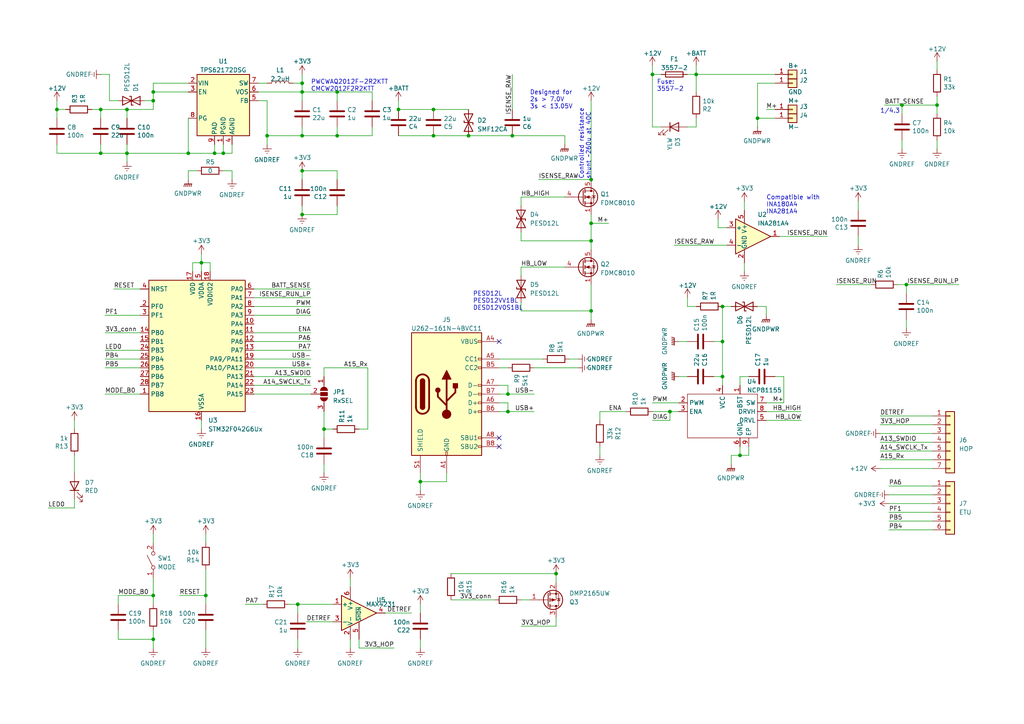
<source format=kicad_sch>
(kicad_sch (version 20230121) (generator eeschema)
  (paper "A4")
  (title_block (title "TinkerFET Electronics v0.3") (date "2023-06-11") (rev "0.3") (comment 2 "by @timchpi"))
  (junction (at 209.55 88.9))
  (junction (at 125.73 31.75))
  (junction (at 115.57 31.75))
  (junction (at 29.21 31.75))
  (junction (at 121.92 139.7))
  (junction (at 77.47 39.37))
  (junction (at 87.63 39.37))
  (junction (at 36.83 44.45))
  (junction (at 44.45 29.21))
  (junction (at 86.36 175.26))
  (junction (at 16.51 31.75))
  (junction (at 171.45 52.07))
  (junction (at 87.63 26.67))
  (junction (at 135.89 39.37))
  (junction (at 36.83 31.75))
  (junction (at 171.45 69.85))
  (junction (at 194.31 119.38))
  (junction (at 171.45 90.17))
  (junction (at 147.32 114.3))
  (junction (at 44.45 26.67))
  (junction (at 219.71 34.29))
  (junction (at 161.29 166.37))
  (junction (at 261.62 30.48))
  (junction (at 262.89 82.55))
  (junction (at 209.55 99.06))
  (junction (at 54.61 44.45))
  (junction (at 125.73 39.37))
  (junction (at 58.42 76.2))
  (junction (at 29.21 44.45))
  (junction (at 97.79 26.67))
  (junction (at 87.63 24.13))
  (junction (at 44.45 185.42))
  (junction (at 93.98 124.46))
  (junction (at 171.45 64.77))
  (junction (at 62.23 44.45))
  (junction (at 214.63 132.08))
  (junction (at 147.32 119.38))
  (junction (at 59.69 172.72))
  (junction (at 64.77 44.45))
  (junction (at 209.55 109.22))
  (junction (at 201.93 21.59))
  (junction (at 44.45 172.72))
  (junction (at 189.23 21.59))
  (junction (at 148.59 39.37))
  (junction (at 87.63 62.23))
  (junction (at 271.78 30.48))
  (junction (at 97.79 39.37))
  (junction (at 87.63 49.53))
  (no_connect (at 144.78 129.54))
  (no_connect (at 144.78 127))
  (no_connect (at 144.78 99.06))
  (wire (pts (xy 257.81 148.59) (xy 270.51 148.59)))
  (wire (pts (xy 115.57 29.21) (xy 115.57 31.75)))
  (wire (pts (xy 222.25 31.75) (xy 224.79 31.75)))
  (wire (pts (xy 36.83 44.45) (xy 54.61 44.45)))
  (wire (pts (xy 16.51 29.21) (xy 16.51 31.75)))
  (wire (pts (xy 125.73 31.75) (xy 135.89 31.75)))
  (wire (pts (xy 44.45 24.13) (xy 54.61 24.13)))
  (wire (pts (xy 121.92 175.26) (xy 121.92 177.8)))
  (wire (pts (xy 129.54 139.7) (xy 129.54 137.16)))
  (wire (pts (xy 93.98 124.46) (xy 93.98 127)))
  (wire (pts (xy 147.32 119.38) (xy 154.94 119.38)))
  (wire (pts (xy 173.99 129.54) (xy 173.99 132.08)))
  (wire (pts (xy 101.6 185.42) (xy 101.6 187.96)))
  (wire (pts (xy 260.35 82.55) (xy 262.89 82.55)))
  (wire (pts (xy 222.25 121.92) (xy 232.41 121.92)))
  (wire (pts (xy 58.42 121.92) (xy 58.42 124.46)))
  (wire (pts (xy 73.66 91.44) (xy 90.17 91.44)))
  (wire (pts (xy 97.79 49.53) (xy 87.63 49.53)))
  (wire (pts (xy 34.29 172.72) (xy 34.29 175.26)))
  (wire (pts (xy 97.79 62.23) (xy 97.79 59.69)))
  (wire (pts (xy 73.66 101.6) (xy 90.17 101.6)))
  (wire (pts (xy 271.78 30.48) (xy 271.78 33.02)))
  (wire (pts (xy 71.12 175.26) (xy 76.2 175.26)))
  (wire (pts (xy 171.45 64.77) (xy 171.45 69.85)))
  (wire (pts (xy 255.27 128.27) (xy 270.51 128.27)))
  (wire (pts (xy 58.42 76.2) (xy 58.42 78.74)))
  (wire (pts (xy 54.61 34.29) (xy 54.61 44.45)))
  (wire (pts (xy 255.27 130.81) (xy 270.51 130.81)))
  (wire (pts (xy 97.79 29.21) (xy 97.79 26.67)))
  (wire (pts (xy 62.23 44.45) (xy 64.77 44.45)))
  (wire (pts (xy 201.93 26.67) (xy 201.93 21.59)))
  (wire (pts (xy 115.57 39.37) (xy 125.73 39.37)))
  (wire (pts (xy 62.23 41.91) (xy 62.23 44.45)))
  (wire (pts (xy 59.69 154.94) (xy 59.69 157.48)))
  (wire (pts (xy 199.39 86.36) (xy 199.39 88.9)))
  (wire (pts (xy 219.71 36.83) (xy 219.71 34.29)))
  (wire (pts (xy 86.36 185.42) (xy 86.36 187.96)))
  (wire (pts (xy 87.63 24.13) (xy 85.09 24.13)))
  (wire (pts (xy 219.71 34.29) (xy 224.79 34.29)))
  (wire (pts (xy 104.14 187.96) (xy 114.3 187.96)))
  (wire (pts (xy 16.51 31.75) (xy 19.05 31.75)))
  (wire (pts (xy 261.62 30.48) (xy 261.62 33.02)))
  (wire (pts (xy 161.29 181.61) (xy 161.29 179.07)))
  (wire (pts (xy 195.58 71.12) (xy 210.82 71.12)))
  (wire (pts (xy 55.88 78.74) (xy 55.88 76.2)))
  (wire (pts (xy 255.27 135.89) (xy 270.51 135.89)))
  (wire (pts (xy 44.45 26.67) (xy 54.61 26.67)))
  (wire (pts (xy 97.79 26.67) (xy 87.63 26.67)))
  (wire (pts (xy 86.36 175.26) (xy 86.36 177.8)))
  (wire (pts (xy 31.75 29.21) (xy 34.29 29.21)))
  (wire (pts (xy 59.69 165.1) (xy 59.69 172.72)))
  (wire (pts (xy 171.45 82.55) (xy 171.45 90.17)))
  (wire (pts (xy 161.29 166.37) (xy 161.29 168.91)))
  (wire (pts (xy 73.66 83.82) (xy 90.17 83.82)))
  (wire (pts (xy 144.78 111.76) (xy 147.32 111.76)))
  (wire (pts (xy 73.66 104.14) (xy 90.17 104.14)))
  (wire (pts (xy 121.92 139.7) (xy 121.92 142.24)))
  (wire (pts (xy 226.06 68.58) (xy 240.03 68.58)))
  (wire (pts (xy 77.47 39.37) (xy 87.63 39.37)))
  (wire (pts (xy 104.14 185.42) (xy 104.14 187.96)))
  (wire (pts (xy 208.28 63.5) (xy 208.28 66.04)))
  (wire (pts (xy 125.73 39.37) (xy 135.89 39.37)))
  (wire (pts (xy 16.51 44.45) (xy 29.21 44.45)))
  (wire (pts (xy 257.81 146.05) (xy 270.51 146.05)))
  (wire (pts (xy 217.17 129.54) (xy 217.17 132.08)))
  (wire (pts (xy 74.93 26.67) (xy 87.63 26.67)))
  (wire (pts (xy 67.31 49.53) (xy 64.77 49.53)))
  (wire (pts (xy 196.85 99.06) (xy 199.39 99.06)))
  (wire (pts (xy 222.25 116.84) (xy 227.33 116.84)))
  (wire (pts (xy 107.95 29.21) (xy 107.95 26.67)))
  (wire (pts (xy 189.23 121.92) (xy 194.31 121.92)))
  (wire (pts (xy 21.59 132.08) (xy 21.59 137.16)))
  (wire (pts (xy 13.97 147.32) (xy 21.59 147.32)))
  (wire (pts (xy 171.45 62.23) (xy 171.45 64.77)))
  (wire (pts (xy 101.6 167.64) (xy 101.6 170.18)))
  (wire (pts (xy 196.85 109.22) (xy 199.39 109.22)))
  (wire (pts (xy 41.91 29.21) (xy 44.45 29.21)))
  (wire (pts (xy 209.55 88.9) (xy 209.55 99.06)))
  (wire (pts (xy 33.02 83.82) (xy 40.64 83.82)))
  (wire (pts (xy 29.21 44.45) (xy 29.21 41.91)))
  (wire (pts (xy 191.77 36.83) (xy 189.23 36.83)))
  (wire (pts (xy 55.88 76.2) (xy 58.42 76.2)))
  (wire (pts (xy 156.21 52.07) (xy 171.45 52.07)))
  (wire (pts (xy 270.51 133.35) (xy 255.27 133.35)))
  (wire (pts (xy 151.13 67.31) (xy 151.13 69.85)))
  (wire (pts (xy 171.45 69.85) (xy 171.45 72.39)))
  (wire (pts (xy 135.89 39.37) (xy 148.59 39.37)))
  (wire (pts (xy 215.9 76.2) (xy 215.9 78.74)))
  (wire (pts (xy 36.83 31.75) (xy 44.45 31.75)))
  (wire (pts (xy 93.98 119.38) (xy 93.98 124.46)))
  (wire (pts (xy 147.32 119.38) (xy 144.78 119.38)))
  (wire (pts (xy 87.63 21.59) (xy 87.63 24.13)))
  (wire (pts (xy 34.29 182.88) (xy 34.29 185.42)))
  (wire (pts (xy 144.78 116.84) (xy 147.32 116.84)))
  (wire (pts (xy 73.66 114.3) (xy 90.17 114.3)))
  (wire (pts (xy 209.55 109.22) (xy 209.55 111.76)))
  (wire (pts (xy 209.55 88.9) (xy 212.09 88.9)))
  (wire (pts (xy 151.13 173.99) (xy 153.67 173.99)))
  (wire (pts (xy 44.45 167.64) (xy 44.45 172.72)))
  (wire (pts (xy 147.32 116.84) (xy 147.32 119.38)))
  (wire (pts (xy 44.45 26.67) (xy 44.45 29.21)))
  (wire (pts (xy 255.27 123.19) (xy 270.51 123.19)))
  (wire (pts (xy 151.13 77.47) (xy 163.83 77.47)))
  (wire (pts (xy 30.48 106.68) (xy 40.64 106.68)))
  (wire (pts (xy 257.81 153.67) (xy 270.51 153.67)))
  (wire (pts (xy 36.83 41.91) (xy 36.83 44.45)))
  (wire (pts (xy 59.69 172.72) (xy 59.69 175.26)))
  (wire (pts (xy 130.81 166.37) (xy 161.29 166.37)))
  (wire (pts (xy 121.92 137.16) (xy 121.92 139.7)))
  (wire (pts (xy 194.31 121.92) (xy 194.31 119.38)))
  (wire (pts (xy 147.32 111.76) (xy 147.32 114.3)))
  (wire (pts (xy 107.95 36.83) (xy 107.95 39.37)))
  (wire (pts (xy 227.33 116.84) (xy 227.33 109.22)))
  (wire (pts (xy 207.01 99.06) (xy 209.55 99.06)))
  (wire (pts (xy 227.33 109.22) (xy 224.79 109.22)))
  (wire (pts (xy 262.89 95.25) (xy 262.89 92.71)))
  (wire (pts (xy 59.69 172.72) (xy 52.07 172.72)))
  (wire (pts (xy 151.13 90.17) (xy 171.45 90.17)))
  (wire (pts (xy 148.59 21.59) (xy 148.59 31.75)))
  (wire (pts (xy 30.48 91.44) (xy 40.64 91.44)))
  (wire (pts (xy 29.21 21.59) (xy 31.75 21.59)))
  (wire (pts (xy 144.78 106.68) (xy 147.32 106.68)))
  (wire (pts (xy 189.23 36.83) (xy 189.23 21.59)))
  (wire (pts (xy 262.89 82.55) (xy 278.13 82.55)))
  (wire (pts (xy 44.45 154.94) (xy 44.45 157.48)))
  (wire (pts (xy 201.93 19.05) (xy 201.93 21.59)))
  (wire (pts (xy 93.98 134.62) (xy 93.98 137.16)))
  (wire (pts (xy 222.25 88.9) (xy 219.71 88.9)))
  (wire (pts (xy 74.93 24.13) (xy 77.47 24.13)))
  (wire (pts (xy 214.63 109.22) (xy 217.17 109.22)))
  (wire (pts (xy 93.98 106.68) (xy 106.68 106.68)))
  (wire (pts (xy 248.92 58.42) (xy 248.92 60.96)))
  (wire (pts (xy 262.89 85.09) (xy 262.89 82.55)))
  (wire (pts (xy 165.1 104.14) (xy 167.64 104.14)))
  (wire (pts (xy 199.39 88.9) (xy 201.93 88.9)))
  (wire (pts (xy 73.66 88.9) (xy 90.17 88.9)))
  (wire (pts (xy 34.29 185.42) (xy 44.45 185.42)))
  (wire (pts (xy 21.59 124.46) (xy 21.59 121.92)))
  (wire (pts (xy 29.21 31.75) (xy 36.83 31.75)))
  (wire (pts (xy 73.66 99.06) (xy 90.17 99.06)))
  (wire (pts (xy 64.77 41.91) (xy 64.77 44.45)))
  (wire (pts (xy 87.63 59.69) (xy 87.63 62.23)))
  (wire (pts (xy 77.47 39.37) (xy 77.47 41.91)))
  (wire (pts (xy 219.71 24.13) (xy 219.71 34.29)))
  (wire (pts (xy 130.81 173.99) (xy 143.51 173.99)))
  (wire (pts (xy 67.31 41.91) (xy 67.31 44.45)))
  (wire (pts (xy 194.31 119.38) (xy 196.85 119.38)))
  (wire (pts (xy 214.63 129.54) (xy 214.63 132.08)))
  (wire (pts (xy 212.09 134.62) (xy 212.09 132.08)))
  (wire (pts (xy 151.13 87.63) (xy 151.13 90.17)))
  (wire (pts (xy 29.21 44.45) (xy 36.83 44.45)))
  (wire (pts (xy 148.59 39.37) (xy 163.83 39.37)))
  (wire (pts (xy 21.59 147.32) (xy 21.59 144.78)))
  (wire (pts (xy 54.61 44.45) (xy 62.23 44.45)))
  (wire (pts (xy 214.63 111.76) (xy 214.63 109.22)))
  (wire (pts (xy 189.23 119.38) (xy 194.31 119.38)))
  (wire (pts (xy 121.92 185.42) (xy 121.92 187.96)))
  (wire (pts (xy 271.78 43.18) (xy 271.78 40.64)))
  (wire (pts (xy 31.75 21.59) (xy 31.75 29.21)))
  (wire (pts (xy 173.99 121.92) (xy 173.99 119.38)))
  (wire (pts (xy 212.09 132.08) (xy 214.63 132.08)))
  (wire (pts (xy 87.63 62.23) (xy 97.79 62.23)))
  (wire (pts (xy 257.81 143.51) (xy 270.51 143.51)))
  (wire (pts (xy 36.83 31.75) (xy 36.83 34.29)))
  (wire (pts (xy 30.48 96.52) (xy 40.64 96.52)))
  (wire (pts (xy 163.83 41.91) (xy 163.83 39.37)))
  (wire (pts (xy 30.48 114.3) (xy 40.64 114.3)))
  (wire (pts (xy 97.79 52.07) (xy 97.79 49.53)))
  (wire (pts (xy 87.63 26.67) (xy 87.63 24.13)))
  (wire (pts (xy 44.45 24.13) (xy 44.45 26.67)))
  (wire (pts (xy 242.57 82.55) (xy 252.73 82.55)))
  (wire (pts (xy 73.66 109.22) (xy 90.17 109.22)))
  (wire (pts (xy 271.78 20.32) (xy 271.78 17.78)))
  (wire (pts (xy 215.9 58.42) (xy 215.9 60.96)))
  (wire (pts (xy 199.39 36.83) (xy 201.93 36.83)))
  (wire (pts (xy 189.23 116.84) (xy 196.85 116.84)))
  (wire (pts (xy 106.68 106.68) (xy 106.68 124.46)))
  (wire (pts (xy 97.79 36.83) (xy 97.79 39.37)))
  (wire (pts (xy 44.45 29.21) (xy 44.45 31.75)))
  (wire (pts (xy 111.76 177.8) (xy 119.38 177.8)))
  (wire (pts (xy 151.13 69.85) (xy 171.45 69.85)))
  (wire (pts (xy 209.55 99.06) (xy 209.55 109.22)))
  (wire (pts (xy 171.45 29.21) (xy 171.45 52.07)))
  (wire (pts (xy 104.14 124.46) (xy 106.68 124.46)))
  (wire (pts (xy 151.13 57.15) (xy 163.83 57.15)))
  (wire (pts (xy 257.81 151.13) (xy 270.51 151.13)))
  (wire (pts (xy 257.81 140.97) (xy 270.51 140.97)))
  (wire (pts (xy 199.39 21.59) (xy 201.93 21.59)))
  (wire (pts (xy 173.99 119.38) (xy 181.61 119.38)))
  (wire (pts (xy 154.94 106.68) (xy 167.64 106.68)))
  (wire (pts (xy 73.66 86.36) (xy 90.17 86.36)))
  (wire (pts (xy 217.17 132.08) (xy 214.63 132.08)))
  (wire (pts (xy 189.23 19.05) (xy 189.23 21.59)))
  (wire (pts (xy 97.79 39.37) (xy 87.63 39.37)))
  (wire (pts (xy 222.25 119.38) (xy 232.41 119.38)))
  (wire (pts (xy 107.95 39.37) (xy 97.79 39.37)))
  (wire (pts (xy 67.31 52.07) (xy 67.31 49.53)))
  (wire (pts (xy 201.93 21.59) (xy 224.79 21.59)))
  (wire (pts (xy 58.42 76.2) (xy 60.96 76.2)))
  (wire (pts (xy 222.25 91.44) (xy 222.25 88.9)))
  (wire (pts (xy 255.27 125.73) (xy 270.51 125.73)))
  (wire (pts (xy 121.92 139.7) (xy 129.54 139.7)))
  (wire (pts (xy 30.48 101.6) (xy 40.64 101.6)))
  (wire (pts (xy 151.13 181.61) (xy 161.29 181.61)))
  (wire (pts (xy 36.83 44.45) (xy 36.83 46.99)))
  (wire (pts (xy 147.32 114.3) (xy 144.78 114.3)))
  (wire (pts (xy 86.36 175.26) (xy 96.52 175.26)))
  (wire (pts (xy 87.63 39.37) (xy 87.63 36.83)))
  (wire (pts (xy 151.13 77.47) (xy 151.13 80.01)))
  (wire (pts (xy 58.42 73.66) (xy 58.42 76.2)))
  (wire (pts (xy 207.01 109.22) (xy 209.55 109.22)))
  (wire (pts (xy 54.61 49.53) (xy 54.61 52.07)))
  (wire (pts (xy 144.78 104.14) (xy 157.48 104.14)))
  (wire (pts (xy 261.62 30.48) (xy 271.78 30.48)))
  (wire (pts (xy 83.82 175.26) (xy 86.36 175.26)))
  (wire (pts (xy 77.47 29.21) (xy 77.47 39.37)))
  (wire (pts (xy 255.27 120.65) (xy 270.51 120.65)))
  (wire (pts (xy 261.62 40.64) (xy 261.62 43.18)))
  (wire (pts (xy 44.45 182.88) (xy 44.45 185.42)))
  (wire (pts (xy 171.45 64.77) (xy 176.53 64.77)))
  (wire (pts (xy 74.93 29.21) (xy 77.47 29.21)))
  (wire (pts (xy 256.54 30.48) (xy 261.62 30.48)))
  (wire (pts (xy 64.77 44.45) (xy 67.31 44.45)))
  (wire (pts (xy 189.23 21.59) (xy 191.77 21.59)))
  (wire (pts (xy 271.78 27.94) (xy 271.78 30.48)))
  (wire (pts (xy 87.63 49.53) (xy 87.63 52.07)))
  (wire (pts (xy 73.66 111.76) (xy 90.17 111.76)))
  (wire (pts (xy 59.69 187.96) (xy 59.69 182.88)))
  (wire (pts (xy 224.79 24.13) (xy 219.71 24.13)))
  (wire (pts (xy 34.29 172.72) (xy 44.45 172.72)))
  (wire (pts (xy 151.13 57.15) (xy 151.13 59.69)))
  (wire (pts (xy 16.51 31.75) (xy 16.51 34.29)))
  (wire (pts (xy 57.15 49.53) (xy 54.61 49.53)))
  (wire (pts (xy 16.51 41.91) (xy 16.51 44.45)))
  (wire (pts (xy 44.45 172.72) (xy 44.45 175.26)))
  (wire (pts (xy 208.28 66.04) (xy 210.82 66.04)))
  (wire (pts (xy 87.63 26.67) (xy 87.63 29.21)))
  (wire (pts (xy 44.45 187.96) (xy 44.45 185.42)))
  (wire (pts (xy 115.57 31.75) (xy 125.73 31.75)))
  (wire (pts (xy 93.98 124.46) (xy 96.52 124.46)))
  (wire (pts (xy 201.93 36.83) (xy 201.93 34.29)))
  (wire (pts (xy 73.66 96.52) (xy 90.17 96.52)))
  (wire (pts (xy 93.98 106.68) (xy 93.98 109.22)))
  (wire (pts (xy 88.9 180.34) (xy 96.52 180.34)))
  (wire (pts (xy 73.66 106.68) (xy 90.17 106.68)))
  (wire (pts (xy 107.95 26.67) (xy 97.79 26.67)))
  (wire (pts (xy 60.96 78.74) (xy 60.96 76.2)))
  (wire (pts (xy 30.48 104.14) (xy 40.64 104.14)))
  (wire (pts (xy 147.32 114.3) (xy 154.94 114.3)))
  (wire (pts (xy 26.67 31.75) (xy 29.21 31.75)))
  (wire (pts (xy 29.21 31.75) (xy 29.21 34.29)))
  (wire (pts (xy 248.92 68.58) (xy 248.92 71.12)))
  (wire (pts (xy 171.45 90.17) (xy 171.45 92.71)))
  (text "PWCWAQ2012F-2R2KTT\nCMCW2012F2R2KTT" (at 90.17 26.67 0) (effects (font (size 1.27 1.27)) (justify left bottom)))
  (text "1/4.3" (at 255.27 33.02 0) (effects (font (size 1.27 1.27)) (justify left bottom)))
  (text "Fuse:\n3557-2" (at 190.5 26.67 0) (effects (font (size 1.27 1.27)) (justify left bottom)))
  (text "Designed for\n2s > 7.0V\n3s < 13.05V" (at 153.67 31.75 0) (effects (font (size 1.27 1.27)) (justify left bottom)))
  (text "Compatible with\nINA180A4\nINA281A4\n" (at 222.25 62.23 0) (effects (font (size 1.27 1.27)) (justify left bottom)))
  (text "PESD12L\nPESD12VV1BL\nDESD12V0S1BL" (at 137.16 90.17 0) (effects (font (size 1.27 1.27)) (justify left bottom)))
  (text "Controlled resistance\nshunt ~260u at 40C" (at 171.45 52.07 90) (effects (font (size 1.27 1.27)) (justify left bottom)))
  (label "A13_SWDIO" (at 90.17 109.22 180))
  (label "RESET" (at 52.07 172.72 0))
  (label "USB+" (at 154.94 119.38 180))
  (label "A13_SWDIO" (at 255.27 128.27 0))
  (label "M+" (at 222.25 31.75 0))
  (label "HB_HIGH" (at 151.13 57.15 0))
  (label "ISENSE_RUN_LP" (at 90.17 86.36 180))
  (label "3V3_HOP" (at 151.13 181.61 0))
  (label "3V3_HOP" (at 114.3 187.96 180))
  (label "PF1" (at 30.48 91.44 0))
  (label "RESET" (at 33.02 83.82 0))
  (label "DETREF" (at 88.9 180.34 0))
  (label "LED0" (at 30.48 101.6 0))
  (label "A14_SWCLK_Tx" (at 255.27 130.81 0))
  (label "ISENSE_RAW" (at 156.21 52.07 0))
  (label "PB5" (at 257.81 151.13 0))
  (label "ISENSE_RUN" (at 242.57 82.55 0))
  (label "3V3_conn" (at 30.48 96.52 0))
  (label "USB-" (at 154.94 114.3 180))
  (label "PB4" (at 30.48 104.14 0))
  (label "DETREF" (at 119.38 177.8 180))
  (label "MODE_B0" (at 30.48 114.3 0))
  (label "PA6" (at 257.81 140.97 0))
  (label "A15_Rx" (at 106.68 106.68 180))
  (label "PB5" (at 30.48 106.68 0))
  (label "ENA" (at 176.53 119.38 0))
  (label "USB+" (at 90.17 106.68 180))
  (label "PA7" (at 90.17 101.6 180))
  (label "M+" (at 227.33 116.84 180))
  (label "DIAG" (at 189.23 121.92 0))
  (label "BATT_SENSE" (at 256.54 30.48 0))
  (label "MODE_B0" (at 34.29 172.72 0))
  (label "ISENSE_RAW" (at 148.59 21.59 270))
  (label "USB-" (at 90.17 104.14 180))
  (label "PWM" (at 90.17 88.9 180))
  (label "3V3_conn" (at 133.35 173.99 0))
  (label "PA7" (at 71.12 175.26 0))
  (label "ISENSE_RUN" (at 240.03 68.58 180))
  (label "ISENSE_RAW" (at 195.58 71.12 0))
  (label "PA6" (at 90.17 99.06 180))
  (label "HB_HIGH" (at 232.41 119.38 180))
  (label "M+" (at 176.53 64.77 180))
  (label "PF1" (at 257.81 148.59 0))
  (label "LED0" (at 13.97 147.32 0))
  (label "HB_LOW" (at 151.13 77.47 0))
  (label "3V3_HOP" (at 255.27 123.19 0))
  (label "PWM" (at 189.23 116.84 0))
  (label "DIAG" (at 90.17 91.44 180))
  (label "PB4" (at 257.81 153.67 0))
  (label "A14_SWCLK_Tx" (at 90.17 111.76 180))
  (label "DETREF" (at 255.27 120.65 0))
  (label "BATT_SENSE" (at 90.17 83.82 180))
  (label "HB_LOW" (at 232.41 121.92 180))
  (label "ENA" (at 90.17 96.52 180))
  (label "A15_Rx" (at 255.27 133.35 0))
  (label "ISENSE_RUN_LP" (at 278.13 82.55 180))
  (symbol (lib_id "Device:R") (at 271.78 24.13 180) (unit 1)
    (property "Reference" "R1" (at 273.558 22.9616 0) (effects (justify right)))
    (property "Value" "33k" (at 273.558 25.273 0) (effects (justify right)))
    (property "Footprint" "Resistor_SMD:R_0402_1005Metric" (effects hide))
    (property "LCSC Part" "C25779" (effects hide))
  )
  (symbol (lib_id "Device:LED") (at 21.59 140.97 90) (unit 1)
    (property "Reference" "D7" (at 24.5872 139.9794 90) (effects (justify right)))
    (property "Value" "RED" (at 24.5872 142.2908 90) (effects (justify right)))
    (property "Footprint" "LED_SMD:LED_0402_1005Metric" (effects hide))
    (property "LCSC Part" "C71911" (effects hide))
  )
  (symbol (lib_id "power:GNDREF") (at 36.83 46.99 0) (unit 1)
    (property "Reference" "#PWR014" (effects hide))
    (property "Value" "GNDREF" (at 36.83 51.4334 0))
  )
  (symbol (lib_id "Device:C") (at 87.63 55.88 0) (mirror y) (unit 1)
    (property "Reference" "C11" (at 84.709 54.7116 0) (effects (justify left)))
    (property "Value" "1u" (at 84.709 57.023 0) (effects (justify left)))
    (property "Footprint" "Capacitor_SMD:C_0402_1005Metric" (effects hide))
    (property "LCSC Part" "C52923" (effects hide))
  )
  (symbol (lib_id "power:+12V") (at 208.28 63.5 0) (unit 1)
    (property "Reference" "#PWR021" (effects hide))
    (property "Value" "+12V" (at 208.28 59.9242 0))
  )
  (symbol (lib_id "Device:C") (at 203.2 99.06 90) (unit 1)
    (property "Reference" "C15" (at 202.0316 96.139 0) (effects (justify left)))
    (property "Value" "100n" (at 204.343 96.139 0) (effects (justify left)))
    (property "Footprint" "Capacitor_SMD:C_0402_1005Metric" (effects hide))
    (property "LCSC Part" "C307331" (effects hide))
  )
  (symbol (lib_id "Device:C") (at 125.73 35.56 0) (mirror x) (unit 1)
    (property "Reference" "C5" (at 128.651 36.7284 0) (effects (justify left)))
    (property "Value" "22u" (at 128.651 34.417 0) (effects (justify left)))
    (property "Footprint" "Capacitor_SMD:C_0805_2012Metric" (effects hide))
    (property "LCSC Part" "C45783" (effects hide))
  )
  (symbol (lib_id "power:+12V") (at 255.27 135.89 90) (unit 1)
    (property "Reference" "#PWR038" (effects hide))
    (property "Value" "+12V" (at 246.38 135.89 90) (effects (justify right)))
  )
  (symbol (lib_id "power:+12V") (at 199.39 86.36 0) (unit 1)
    (property "Reference" "#PWR025" (effects hide))
    (property "Value" "+12V" (at 199.39 82.7842 0))
  )
  (symbol (lib_name "+3V3_1") (lib_id "power:+3V3") (at 21.59 121.92 0) (unit 1)
    (property "Reference" "#PWR033" (effects hide))
    (property "Value" "+3V3" (at 21.59 118.11 0))
  )
  (symbol (lib_id "Device:C") (at 203.2 109.22 270) (mirror x) (unit 1)
    (property "Reference" "C16" (at 204.3684 106.299 0) (effects (justify left)))
    (property "Value" "22u" (at 202.057 106.299 0) (effects (justify left)))
    (property "Footprint" "Capacitor_SMD:C_0805_2012Metric" (effects hide))
    (property "LCSC Part" "C45783" (effects hide))
  )
  (symbol (lib_id "Connector_Generic:Conn_01x06") (at 275.59 146.05 0) (unit 1)
    (property "Reference" "J7" (at 278.13 146.0499 0) (effects (justify left)))
    (property "Value" "ETU" (at 278.13 148.59 0) (effects (justify left)))
    (property "Footprint" "Connector_PinHeader_2.00mm:PinHeader_1x06_P2.00mm_Vertical" (effects hide))
    (property "JLCPCB BOM" "0" (effects hide))
  )
  (symbol (lib_id "power:GNDPWR") (at 196.85 99.06 270) (unit 1)
    (property "Reference" "#PWR029" (effects hide))
    (property "Value" "GNDPWR" (at 192.813 98.933 0))
  )
  (symbol (lib_id "power:GNDPWR") (at 54.61 52.07 0) (unit 1)
    (property "Reference" "#PWR016" (effects hide))
    (property "Value" "GNDPWR" (at 54.483 56.107 0))
  )
  (symbol (lib_id "PowerE_Custom:FDMC8010") (at 168.91 77.47 0) (unit 1)
    (property "Reference" "Q2" (at 174.117 76.6353 0) (effects (justify left)))
    (property "Value" "FDMC8010" (at 174.117 79.1722 0) (effects (justify left)))
    (property "Footprint" "KiCAD-Custom-Lib:Power33-8_3x3mm" (effects hide))
    (property "Datasheet" "https://www.onsemi.com/pdf/datasheet/fdmc8010-d.pdf" (effects hide))
    (property "LCSC Part" "C512897" (effects hide))
  )
  (symbol (lib_id "Device:C") (at 86.36 181.61 0) (mirror y) (unit 1)
    (property "Reference" "C21" (at 83.439 180.4416 0) (effects (justify left)))
    (property "Value" "1u" (at 83.439 182.753 0) (effects (justify left)))
    (property "Footprint" "Capacitor_SMD:C_0402_1005Metric" (effects hide))
    (property "LCSC Part" "C52923" (effects hide))
  )
  (symbol (lib_id "power:GNDREF") (at 87.63 62.23 0) (mirror y) (unit 1)
    (property "Reference" "#PWR020" (effects hide))
    (property "Value" "GNDREF" (at 87.63 66.6734 0))
  )
  (symbol (lib_id "power:GNDREF") (at 262.89 95.25 0) (unit 1)
    (property "Reference" "#PWR028" (effects hide))
    (property "Value" "GNDREF" (at 262.89 99.6934 0))
  )
  (symbol (lib_name "+3V3_1") (lib_id "power:+3V3") (at 101.6 167.64 0) (unit 1)
    (property "Reference" "#PWR046" (effects hide))
    (property "Value" "+3V3" (at 101.6 163.83 0))
  )
  (symbol (lib_id "power:GNDREF") (at 248.92 71.12 0) (unit 1)
    (property "Reference" "#PWR022" (effects hide))
    (property "Value" "GNDREF" (at 248.92 75.5634 0))
  )
  (symbol (lib_id "Device:R") (at 80.01 175.26 270) (unit 1)
    (property "Reference" "R17" (at 78.8416 173.482 0) (effects (justify right)))
    (property "Value" "10k" (at 81.153 173.482 0) (effects (justify right)))
    (property "Footprint" "Resistor_SMD:R_0402_1005Metric" (effects hide))
    (property "LCSC Part" "C25744" (effects hide))
  )
  (symbol (lib_id "power:GNDREF") (at 261.62 43.18 0) (unit 1)
    (property "Reference" "#PWR012" (effects hide))
    (property "Value" "GNDREF" (at 261.62 47.6234 0))
  )
  (symbol (lib_id "Device:C") (at 121.92 181.61 180) (unit 1)
    (property "Reference" "C22" (at 118.999 182.7784 0) (effects (justify left)))
    (property "Value" "100n" (at 118.999 180.467 0) (effects (justify left)))
    (property "Footprint" "Capacitor_SMD:C_0402_1005Metric" (effects hide))
    (property "LCSC Part" "C307331" (effects hide))
  )
  (symbol (lib_id "Device:D_TVS") (at 38.1 29.21 0) (mirror x) (unit 1)
    (property "Reference" "D1" (at 39.3701 26.67 90) (effects (justify right)))
    (property "Value" "PESD12L" (at 36.8301 26.67 90) (effects (justify right)))
    (property "Footprint" "KiCAD-Custom-Lib:MCC_DFN1006-2" (effects hide))
    (property "Datasheet" "https://datasheet.lcsc.com/lcsc/2008121141_Applied-Power-PESD12L_C712147.pdf" (effects hide))
    (property "LCSC Part" "C712147" (effects hide))
  )
  (symbol (lib_id "Device:D_TVS") (at 135.89 35.56 90) (unit 1)
    (property "Reference" "D2" (at 138.43 34.925 90) (effects (justify right)))
    (property "Value" "SMF12CA" (at 138.43 37.465 90) (effects (justify right)))
    (property "Footprint" "Diode_SMD:D_SOD-123F" (effects hide))
    (property "Datasheet" "https://www.littelfuse.com/~/media/electronics/datasheets/tvs_diodes/littelfuse_tvs_diode_smf_datasheet.pdf.pdf" (effects hide))
    (property "LCSC Part" "C353317" (effects hide))
  )
  (symbol (lib_id "Device:R") (at 256.54 82.55 270) (unit 1)
    (property "Reference" "R6" (at 255.3716 80.772 0) (effects (justify right)))
    (property "Value" "10k" (at 257.683 80.772 0) (effects (justify right)))
    (property "Footprint" "Resistor_SMD:R_0402_1005Metric" (effects hide))
    (property "LCSC Part" "C25744" (effects hide))
  )
  (symbol (lib_id "power:GNDPWR") (at 196.85 109.22 270) (unit 1)
    (property "Reference" "#PWR032" (effects hide))
    (property "Value" "GNDPWR" (at 192.813 109.093 0))
  )
  (symbol (lib_id "power:GNDREF") (at 255.27 125.73 270) (unit 1)
    (property "Reference" "#PWR035" (effects hide))
    (property "Value" "GNDREF" (at 245.11 125.73 90) (effects (justify left)))
  )
  (symbol (lib_id "power:GNDREF") (at 215.9 78.74 0) (unit 1)
    (property "Reference" "#PWR024" (effects hide))
    (property "Value" "GNDREF" (at 215.9 83.1834 0))
  )
  (symbol (lib_id "Amplifier_Operational:LMV601") (at 104.14 177.8 0) (unit 1)
    (property "Reference" "U5" (at 110.49 173.99 0))
    (property "Value" "MAX4231" (at 110.49 175.26 0))
    (property "Footprint" "Package_TO_SOT_SMD:SOT-363_SC-70-6" (effects hide))
    (property "Datasheet" "https://www.analog.com/media/en/technical-documentation/data-sheets/MAX4230-MAX4234.pdf" (effects hide))
    (property "LCSC Part" "C242551" (effects hide))
  )
  (symbol (lib_id "power:GNDREF") (at 121.92 142.24 0) (unit 1)
    (property "Reference" "#PWR040" (effects hide))
    (property "Value" "GNDREF" (at 121.92 146.6834 0))
  )
  (symbol (lib_id "Connector_Generic:Conn_01x01") (at 229.87 34.29 0) (unit 1) (in_bom no)
    (property "Reference" "J4" (at 231.902 33.4553 0) (effects (justify left)))
    (property "Value" "M-" (at 228.6 36.83 0) (effects (justify left)))
    (property "Footprint" "Connector_Wire:SolderWirePad_1x01_SMD_1x2mm" (effects hide))
  )
  (symbol (lib_id "MCU_ST_STM32F0:STM32F042G6Ux") (at 55.88 101.6 0) (unit 1)
    (property "Reference" "U3" (at 60.3759 121.92 0) (effects (justify left)))
    (property "Value" "STM32F042G6Ux" (at 60.3759 124.46 0) (effects (justify left)))
    (property "Footprint" "Package_DFN_QFN:QFN-28_4x4mm_P0.5mm" (effects hide))
    (property "Datasheet" "https://www.st.com/resource/en/datasheet/stm32f042g6.pdf" (effects hide))
    (property "LCSC Part" "C961597" (effects hide))
  )
  (symbol (lib_id "power:GNDPWR") (at 171.45 92.71 0) (unit 1)
    (property "Reference" "#PWR027" (effects hide))
    (property "Value" "GNDPWR" (at 171.323 96.747 0))
  )
  (symbol (lib_id "power:GNDPWR") (at 222.25 91.44 0) (unit 1)
    (property "Reference" "#PWR026" (effects hide))
    (property "Value" "GNDPWR" (at 222.123 95.477 0))
  )
  (symbol (lib_id "power:GNDREF") (at 77.47 41.91 0) (unit 1)
    (property "Reference" "#PWR010" (effects hide))
    (property "Value" "GNDREF" (at 77.47 46.3534 0))
  )
  (symbol (lib_id "power:GNDREF") (at 58.42 124.46 0) (mirror y) (unit 1)
    (property "Reference" "#PWR034" (effects hide))
    (property "Value" "GNDREF" (at 58.42 128.9034 0))
  )
  (symbol (lib_id "Device:C") (at 248.92 64.77 180) (unit 1)
    (property "Reference" "C13" (at 245.999 65.9384 0) (effects (justify left)))
    (property "Value" "100n" (at 245.999 63.627 0) (effects (justify left)))
    (property "Footprint" "Capacitor_SMD:C_0402_1005Metric" (effects hide))
    (property "LCSC Part" "C307331" (effects hide))
  )
  (symbol (lib_name "FDMC8010_1") (lib_id "PowerE_Custom:FDMC8010") (at 168.91 57.15 0) (unit 1)
    (property "Reference" "Q1" (at 174.117 56.3153 0) (effects (justify left)))
    (property "Value" "FDMC8010" (at 174.117 58.8522 0) (effects (justify left)))
    (property "Footprint" "KiCAD-Custom-Lib:Power33-8_3x3mm" (effects hide))
    (property "Datasheet" "https://www.onsemi.com/pdf/datasheet/fdmc8010-d.pdf" (effects hide))
    (property "LCSC Part" "C512897" (effects hide))
  )
  (symbol (lib_id "power:GNDREF") (at 86.36 187.96 0) (mirror y) (unit 1)
    (property "Reference" "#PWR050" (effects hide))
    (property "Value" "GNDREF" (at 86.36 192.4034 0))
  )
  (symbol (lib_id "Device:C") (at 36.83 38.1 0) (unit 1)
    (property "Reference" "C10" (at 39.751 36.9316 0) (effects (justify left)))
    (property "Value" "100n" (at 39.751 39.243 0) (effects (justify left)))
    (property "Footprint" "Capacitor_SMD:C_0402_1005Metric" (effects hide))
    (property "LCSC Part" "C307331" (effects hide))
  )
  (symbol (lib_id "Device:C") (at 262.89 88.9 0) (unit 1)
    (property "Reference" "C14" (at 265.811 87.7316 0) (effects (justify left)))
    (property "Value" "100n" (at 265.811 90.043 0) (effects (justify left)))
    (property "Footprint" "Capacitor_SMD:C_0402_1005Metric" (effects hide))
    (property "LCSC Part" "C307331" (effects hide))
  )
  (symbol (lib_id "power:GNDREF") (at 93.98 137.16 0) (mirror y) (unit 1)
    (property "Reference" "#PWR039" (effects hide))
    (property "Value" "GNDREF" (at 93.98 141.6034 0))
  )
  (symbol (lib_id "Device:R") (at 100.33 124.46 270) (unit 1)
    (property "Reference" "R11" (at 99.1616 122.682 0) (effects (justify right)))
    (property "Value" "1k" (at 101.473 122.682 0) (effects (justify right)))
    (property "Footprint" "Resistor_SMD:R_0402_1005Metric" (effects hide))
    (property "LCSC Part" "C11702" (effects hide))
  )
  (symbol (lib_id "power:GNDREF") (at 29.21 21.59 270) (unit 1)
    (property "Reference" "#PWR04" (effects hide))
    (property "Value" "GNDREF" (at 26.67 21.59 90) (effects (justify right)))
  )
  (symbol (lib_id "power:GNDREF") (at 173.99 132.08 0) (unit 1)
    (property "Reference" "#PWR036" (effects hide))
    (property "Value" "GNDREF" (at 173.99 136.5234 0))
  )
  (symbol (lib_id "Connector_Generic:Conn_01x01") (at 229.87 24.13 0) (unit 1) (in_bom no)
    (property "Reference" "J2" (at 231.902 23.2953 0) (effects (justify left)))
    (property "Value" "GND" (at 228.6 26.67 0) (effects (justify left)))
    (property "Footprint" "Connector_Wire:SolderWirePad_1x01_SMD_1x2mm" (effects hide))
  )
  (symbol (lib_id "Amplifier_Current:INA195") (at 218.44 68.58 0) (unit 1)
    (property "Reference" "U2" (at 219.71 62.23 0) (effects (justify left)))
    (property "Value" "INA281A4" (at 219.71 64.77 0) (effects (justify left)))
    (property "Footprint" "Package_TO_SOT_SMD:SOT-23-5" (effects hide))
    (property "Datasheet" "https://www.ti.com/lit/ds/symlink/ina281.pdf?ts=1677489292184&ref_url=https%253A%252F%252Fwww.ti.com%252Fproduct%252FINA281" (effects hide))
    (property "LCSC Part" "C133969" (effects hide))
  )
  (symbol (lib_id "Device:R") (at 161.29 104.14 270) (unit 1)
    (property "Reference" "R8" (at 160.1216 102.362 0) (effects (justify right)))
    (property "Value" "5k1" (at 162.433 102.362 0) (effects (justify right)))
    (property "Footprint" "Resistor_SMD:R_0402_1005Metric" (effects hide))
    (property "LCSC Part" "C25905" (effects hide))
  )
  (symbol (lib_id "Device:C") (at 97.79 55.88 180) (unit 1)
    (property "Reference" "C12" (at 94.869 57.0484 0) (effects (justify left)))
    (property "Value" "100n" (at 94.869 54.737 0) (effects (justify left)))
    (property "Footprint" "Capacitor_SMD:C_0402_1005Metric" (effects hide))
    (property "LCSC Part" "C307331" (effects hide))
  )
  (symbol (lib_id "power:+12V") (at 271.78 17.78 0) (unit 1)
    (property "Reference" "#PWR01" (effects hide))
    (property "Value" "+12V" (at 271.78 14.2042 0))
  )
  (symbol (lib_id "Connector_Generic:Conn_01x01") (at 229.87 21.59 0) (unit 1) (in_bom no)
    (property "Reference" "J1" (at 231.902 20.7553 0) (effects (justify left)))
    (property "Value" "B+" (at 228.6 19.05 0) (effects (justify left)))
    (property "Footprint" "Connector_Wire:SolderWirePad_1x01_SMD_1x2mm" (effects hide))
  )
  (symbol (lib_id "power:GNDREF") (at 167.64 104.14 90) (unit 1)
    (property "Reference" "#PWR030" (effects hide))
    (property "Value" "GNDREF" (at 173.99 104.14 90))
  )
  (symbol (lib_name "+3V3_1") (lib_id "power:+3V3") (at 44.45 154.94 0) (unit 1)
    (property "Reference" "#PWR043" (effects hide))
    (property "Value" "+3V3" (at 44.45 151.13 0))
  )
  (symbol (lib_id "power:GNDPWR") (at 163.83 41.91 0) (unit 1)
    (property "Reference" "#PWR011" (effects hide))
    (property "Value" "GNDPWR" (at 163.703 45.947 0))
  )
  (symbol (lib_id "Device:C") (at 261.62 36.83 0) (unit 1)
    (property "Reference" "C7" (at 264.541 35.6616 0) (effects (justify left)))
    (property "Value" "100n" (at 264.541 37.973 0) (effects (justify left)))
    (property "Footprint" "Capacitor_SMD:C_0402_1005Metric" (effects hide))
    (property "LCSC Part" "C307331" (effects hide))
  )
  (symbol (lib_id "Connector_Generic:Conn_01x01") (at 229.87 31.75 0) (unit 1) (in_bom no)
    (property "Reference" "J3" (at 231.902 30.9153 0) (effects (justify left)))
    (property "Value" "M+" (at 228.6 29.21 0) (effects (justify left)))
    (property "Footprint" "Connector_Wire:SolderWirePad_1x01_SMD_1x2mm" (effects hide))
  )
  (symbol (lib_id "Device:R") (at 147.32 173.99 270) (unit 1)
    (property "Reference" "R16" (at 146.1516 172.212 0) (effects (justify right)))
    (property "Value" "1k" (at 148.463 172.212 0) (effects (justify right)))
    (property "Footprint" "Resistor_SMD:R_0402_1005Metric" (effects hide))
    (property "LCSC Part" "C11702" (effects hide))
  )
  (symbol (lib_id "power:GNDREF") (at 67.31 52.07 0) (unit 1)
    (property "Reference" "#PWR017" (effects hide))
    (property "Value" "GNDREF" (at 67.31 56.5134 0))
  )
  (symbol (lib_id "Device:LED") (at 195.58 36.83 0) (unit 1)
    (property "Reference" "D3" (at 196.5706 39.8272 90) (effects (justify right)))
    (property "Value" "YLW" (at 194.2592 39.8272 90) (effects (justify right)))
    (property "Footprint" "LED_SMD:LED_0402_1005Metric" (effects hide))
    (property "LCSC Part" "C130721" (effects hide))
  )
  (symbol (lib_name "+3V3_1") (lib_id "power:+3V3") (at 161.29 166.37 0) (unit 1)
    (property "Reference" "#PWR045" (effects hide))
    (property "Value" "+3V3" (at 161.29 162.56 0))
  )
  (symbol (lib_id "Device:R") (at 21.59 128.27 0) (unit 1)
    (property "Reference" "R13" (at 19.812 129.4384 0) (effects (justify right)))
    (property "Value" "1k" (at 19.812 127.127 0) (effects (justify right)))
    (property "Footprint" "Resistor_SMD:R_0402_1005Metric" (effects hide))
    (property "LCSC Part" "C11702" (effects hide))
  )
  (symbol (lib_name "+3V3_1") (lib_id "power:+3V3") (at 121.92 175.26 0) (unit 1)
    (property "Reference" "#PWR047" (effects hide))
    (property "Value" "+3V3" (at 121.92 171.45 0))
  )
  (symbol (lib_id "power:+12V") (at 171.45 29.21 0) (unit 1)
    (property "Reference" "#PWR08" (effects hide))
    (property "Value" "+12V" (at 171.45 25.6342 0))
  )
  (symbol (lib_id "Device:C") (at 97.79 33.02 0) (unit 1)
    (property "Reference" "C2" (at 100.711 31.8516 0) (effects (justify left)))
    (property "Value" "1u" (at 100.711 34.163 0) (effects (justify left)))
    (property "Footprint" "Capacitor_SMD:C_0402_1005Metric" (effects hide))
    (property "LCSC Part" "C52923" (effects hide))
  )
  (symbol (lib_id "Device:C") (at 87.63 33.02 0) (unit 1)
    (property "Reference" "C1" (at 90.551 31.8516 0) (effects (justify left)))
    (property "Value" "22u" (at 90.551 34.163 0) (effects (justify left)))
    (property "Footprint" "Capacitor_SMD:C_0805_2012Metric" (effects hide))
    (property "LCSC Part" "C45783" (effects hide))
  )
  (symbol (lib_id "Device:R") (at 201.93 30.48 0) (mirror y) (unit 1)
    (property "Reference" "R2" (at 203.708 31.6484 0) (effects (justify right)))
    (property "Value" "10k" (at 203.708 29.337 0) (effects (justify right)))
    (property "Footprint" "Resistor_SMD:R_0402_1005Metric" (effects hide))
    (property "LCSC Part" "C25744" (effects hide))
  )
  (symbol (lib_id "power:GNDREF") (at 101.6 187.96 0) (mirror y) (unit 1)
    (property "Reference" "#PWR051" (effects hide))
    (property "Value" "GNDREF" (at 101.6 192.4034 0))
  )
  (symbol (lib_id "power:+3V3") (at 257.81 146.05 90) (unit 1)
    (property "Reference" "#PWR042" (effects hide))
    (property "Value" "+3V3" (at 254 146.0499 90) (effects (justify left)))
  )
  (symbol (lib_id "power:GNDREF") (at 59.69 187.96 0) (mirror y) (unit 1)
    (property "Reference" "#PWR049" (effects hide))
    (property "Value" "GNDREF" (at 59.69 192.4034 0))
  )
  (symbol (lib_id "power:GNDREF") (at 167.64 106.68 90) (unit 1)
    (property "Reference" "#PWR031" (effects hide))
    (property "Value" "GNDREF" (at 173.99 106.68 90))
  )
  (symbol (lib_id "Jumper:SolderJumper_3_Open") (at 93.98 114.3 270) (unit 1)
    (property "Reference" "JP1" (at 96.52 113.665 90) (effects (justify left)))
    (property "Value" "RxSEL" (at 96.52 116.205 90) (effects (justify left)))
    (property "Footprint" "Jumper:SolderJumper-3_P1.3mm_Open_Pad1.0x1.5mm" (effects hide))
    (property "JLCPCB BOM" "0" (effects hide))
  )
  (symbol (lib_id "power:GNDREF") (at 271.78 43.18 0) (unit 1)
    (property "Reference" "#PWR013" (effects hide))
    (property "Value" "GNDREF" (at 271.78 47.6234 0))
  )
  (symbol (lib_id "Device:R") (at 22.86 31.75 270) (unit 1)
    (property "Reference" "R3" (at 21.6916 29.972 0) (effects (justify right)))
    (property "Value" "1R" (at 24.003 29.972 0) (effects (justify right)))
    (property "Footprint" "Resistor_SMD:R_0402_1005Metric" (effects hide))
    (property "LCSC Part" "C25086" (effects hide))
  )
  (symbol (lib_id "Device:R") (at 60.96 49.53 270) (unit 1)
    (property "Reference" "R5" (at 60.96 46.99 90))
    (property "Value" "0" (at 60.96 49.53 90))
    (property "Footprint" "Resistor_SMD:R_0402_1005Metric" (effects hide))
    (property "LCSC Part" "C17168" (effects hide))
  )
  (symbol (lib_name "+3V3_1") (lib_id "power:+3V3") (at 59.69 154.94 0) (unit 1)
    (property "Reference" "#PWR044" (effects hide))
    (property "Value" "+3V3" (at 59.69 151.13 0))
  )
  (symbol (lib_id "power:+12V") (at 16.51 29.21 0) (unit 1)
    (property "Reference" "#PWR06" (effects hide))
    (property "Value" "+12V" (at 16.51 25.6342 0))
  )
  (symbol (lib_id "Device:R") (at 185.42 119.38 270) (unit 1)
    (property "Reference" "R10" (at 184.2516 117.602 0) (effects (justify right)))
    (property "Value" "1k" (at 186.563 117.602 0) (effects (justify right)))
    (property "Footprint" "Resistor_SMD:R_0402_1005Metric" (effects hide))
    (property "LCSC Part" "C11702" (effects hide))
  )
  (symbol (lib_id "power:+BATT") (at 201.93 19.05 0) (unit 1)
    (property "Reference" "#PWR03" (effects hide))
    (property "Value" "+BATT" (at 201.93 15.4742 0))
  )
  (symbol (lib_id "Device:R") (at 271.78 36.83 180) (unit 1)
    (property "Reference" "R4" (at 273.558 35.6616 0) (effects (justify right)))
    (property "Value" "10k" (at 273.558 37.973 0) (effects (justify right)))
    (property "Footprint" "Resistor_SMD:R_0402_1005Metric" (effects hide))
    (property "LCSC Part" "C25744" (effects hide))
  )
  (symbol (lib_id "Device:D_TVS") (at 151.13 63.5 90) (unit 1)
    (property "Reference" "D4" (at 153.67 62.2299 90) (effects (justify right)))
    (property "Value" "PESD12L" (at 153.67 64.7699 90) (effects (justify right)))
    (property "Footprint" "KiCAD-Custom-Lib:MCC_DFN1006-2" (effects hide))
    (property "Datasheet" "https://datasheet.lcsc.com/lcsc/2008121141_Applied-Power-PESD12L_C712147.pdf" (effects hide))
    (property "LCSC Part" "C712147" (effects hide))
  )
  (symbol (lib_id "Device:C") (at 34.29 179.07 0) (unit 1)
    (property "Reference" "C19" (at 37.211 177.9016 0) (effects (justify left)))
    (property "Value" "100n" (at 37.211 180.213 0) (effects (justify left)))
    (property "Footprint" "Capacitor_SMD:C_0402_1005Metric" (effects hide))
    (property "LCSC Part" "C307331" (effects hide))
  )
  (symbol (lib_id "PowerE_Custom:NCP81155") (at 209.55 120.65 0) (unit 1)
    (property "Reference" "U4" (at 216.6494 110.651 0) (effects (justify left)))
    (property "Value" "NCP81155" (at 216.6494 113.1879 0) (effects (justify left)))
    (property "Footprint" "KiCAD-Custom-Lib:DFN-8-1EP_3x3mm_P0.5mm_EP1.85x1.55mm" (effects hide))
    (property "Datasheet" "https://www.onsemi.com/pdf/datasheet/ncp81155-d.pdf" (effects hide))
    (property "LCSC Part" "C173765" (effects hide))
  )
  (symbol (lib_id "power:+BATT") (at 115.57 29.21 0) (unit 1)
    (property "Reference" "#PWR07" (effects hide))
    (property "Value" "+BATT" (at 115.57 25.6342 0))
  )
  (symbol (lib_id "Regulator_Switching:TPS62172DSG") (at 64.77 31.75 0) (unit 1)
    (property "Reference" "U1" (at 64.77 17.78 0))
    (property "Value" "TPS62172DSG" (at 64.77 20.32 0))
    (property "Footprint" "Package_SON:WSON-8-1EP_2x2mm_P0.5mm_EP0.9x1.6mm_ThermalVias" (effects hide))
    (property "Datasheet" "http://www.ti.com/lit/ds/symlink/tps62170.pdf" (effects hide))
    (property "LCSC Part" "C59873" (effects hide))
  )
  (symbol (lib_id "Device:D_TVS") (at 151.13 83.82 90) (unit 1)
    (property "Reference" "D5" (at 153.67 82.5499 90) (effects (justify right)))
    (property "Value" "PESD12L" (at 153.67 85.0899 90) (effects (justify right)))
    (property "Footprint" "KiCAD-Custom-Lib:MCC_DFN1006-2" (effects hide))
    (property "Datasheet" "https://datasheet.lcsc.com/lcsc/2008121141_Applied-Power-PESD12L_C712147.pdf" (effects hide))
    (property "LCSC Part" "C712147" (effects hide))
  )
  (symbol (lib_name "+3V3_1") (lib_id "power:+3V3") (at 58.42 73.66 0) (unit 1)
    (property "Reference" "#PWR023" (effects hide))
    (property "Value" "+3V3" (at 58.42 69.85 0))
  )
  (symbol (lib_id "Device:Q_PMOS_GSD") (at 158.75 173.99 0) (mirror x) (unit 1)
    (property "Reference" "Q3" (at 165.1 174.625 0) (effects (justify left)))
    (property "Value" "DMP2165UW" (at 165.1 172.085 0) (effects (justify left)))
    (property "Footprint" "Package_TO_SOT_SMD:SOT-323_SC-70" (effects hide))
    (property "Datasheet" "https://datasheet.lcsc.com/lcsc/1912111437_Diodes-Incorporated-DMP2165UW-7_C388477.pdf" (effects hide))
    (property "LCSC Part" "C388477" (effects hide))
  )
  (symbol (lib_id "Switch:SW_SPST") (at 44.45 162.56 90) (unit 1)
    (property "Reference" "SW1" (at 45.72 161.925 90) (effects (justify right)))
    (property "Value" "MODE" (at 45.72 164.465 90) (effects (justify right)))
    (property "Footprint" "Button_Switch_SMD:SW_SPST_B3U-1000P" (effects hide))
    (property "LCSC Part" "C231329" (effects hide))
  )
  (symbol (lib_id "Device:C") (at 93.98 130.81 180) (unit 1)
    (property "Reference" "C18" (at 91.059 131.9784 0) (effects (justify left)))
    (property "Value" "100n" (at 91.059 129.667 0) (effects (justify left)))
    (property "Footprint" "Capacitor_SMD:C_0402_1005Metric" (effects hide))
    (property "LCSC Part" "C307331" (effects hide))
  )
  (symbol (lib_id "Device:C") (at 220.98 109.22 90) (unit 1)
    (property "Reference" "C17" (at 219.8116 106.299 0) (effects (justify left)))
    (property "Value" "1u" (at 222.123 106.299 0) (effects (justify left)))
    (property "Footprint" "Capacitor_SMD:C_0402_1005Metric" (effects hide))
    (property "LCSC Part" "C52923" (effects hide))
  )
  (symbol (lib_id "Device:D_TVS") (at 215.9 88.9 0) (mirror y) (unit 1)
    (property "Reference" "D6" (at 214.6299 91.44 90) (effects (justify right)))
    (property "Value" "PESD12L" (at 217.1699 91.44 90) (effects (justify right)))
    (property "Footprint" "KiCAD-Custom-Lib:MCC_DFN1006-2" (effects hide))
    (property "Datasheet" "https://datasheet.lcsc.com/lcsc/2008121141_Applied-Power-PESD12L_C712147.pdf" (effects hide))
    (property "LCSC Part" "C712147" (effects hide))
  )
  (symbol (lib_id "power:GNDPWR") (at 212.09 134.62 0) (unit 1)
    (property "Reference" "#PWR037" (effects hide))
    (property "Value" "GNDPWR" (at 211.963 138.657 0))
  )
  (symbol (lib_name "+3V3_1") (lib_id "power:+3V3") (at 87.63 49.53 0) (unit 1)
    (property "Reference" "#PWR015" (effects hide))
    (property "Value" "+3V3" (at 87.63 45.72 0))
  )
  (symbol (lib_id "power:GNDREF") (at 257.81 143.51 270) (unit 1)
    (property "Reference" "#PWR041" (effects hide))
    (property "Value" "GNDREF" (at 247.65 143.51 90) (effects (justify left)))
  )
  (symbol (lib_id "Device:Fuse") (at 195.58 21.59 90) (unit 1)
    (property "Reference" "F1" (at 195.58 17.1282 90))
    (property "Value" "3557-2" (at 195.58 19.6651 90))
    (property "Footprint" "KiCAD-Custom-Lib:Keystone 3557" (effects hide))
    (property "JLCPCB BOM" "0" (effects hide))
  )
  (symbol (lib_id "Device:L") (at 81.28 24.13 90) (unit 1)
    (property "Reference" "L1" (at 81.28 20.32 90))
    (property "Value" "2.2uH" (at 81.28 22.86 90))
    (property "Footprint" "Inductor_SMD:L_0805_2012Metric" (effects hide))
    (property "LCSC Part" "C431245" (effects hide))
  )
  (symbol (lib_name "+3V3_1") (lib_id "power:+3V3") (at 87.63 21.59 0) (unit 1)
    (property "Reference" "#PWR05" (effects hide))
    (property "Value" "+3V3" (at 87.63 17.78 0))
  )
  (symbol (lib_id "Device:R") (at 173.99 125.73 0) (mirror x) (unit 1)
    (property "Reference" "R12" (at 179.2478 125.73 90))
    (property "Value" "33k" (at 176.9364 125.73 90))
    (property "Footprint" "Resistor_SMD:R_0402_1005Metric" (effects hide))
    (property "LCSC Part" "C25779" (effects hide))
  )
  (symbol (lib_id "power:+12V") (at 189.23 19.05 0) (unit 1)
    (property "Reference" "#PWR02" (effects hide))
    (property "Value" "+12V" (at 189.23 15.4742 0))
  )
  (symbol (lib_id "Device:R") (at 205.74 88.9 270) (unit 1)
    (property "Reference" "R7" (at 204.5716 87.122 0) (effects (justify right)))
    (property "Value" "1R" (at 206.883 87.122 0) (effects (justify right)))
    (property "Footprint" "Resistor_SMD:R_0402_1005Metric" (effects hide))
    (property "LCSC Part" "C25086" (effects hide))
  )
  (symbol (lib_id "Device:C") (at 16.51 38.1 0) (unit 1)
    (property "Reference" "C8" (at 19.431 36.9316 0) (effects (justify left)))
    (property "Value" "100n" (at 19.431 39.243 0) (effects (justify left)))
    (property "Footprint" "Capacitor_SMD:C_0402_1005Metric" (effects hide))
    (property "LCSC Part" "C307331" (effects hide))
  )
  (symbol (lib_id "Connector:USB_C_Receptacle_USB2.0") (at 129.54 114.3 0) (unit 1)
    (property "Reference" "J5" (at 129.54 92.71 0))
    (property "Value" "U262-161N-4BVC11" (at 129.54 95.25 0))
    (property "Footprint" "Connector_USB:USB_C_Receptacle_XKB_U262-16XN-4BVC11" (effects hide))
    (property "Datasheet" "https://www.usb.org/sites/default/files/documents/usb_type-c.zip" (effects hide))
    (property "LCSC Part" "C319148" (effects hide))
  )
  (symbol (lib_id "power:GNDREF") (at 121.92 187.96 0) (mirror y) (unit 1)
    (property "Reference" "#PWR052" (effects hide))
    (property "Value" "GNDREF" (at 121.92 192.4034 0))
  )
  (symbol (lib_id "Device:C") (at 29.21 38.1 0) (unit 1)
    (property "Reference" "C9" (at 32.131 36.9316 0) (effects (justify left)))
    (property "Value" "22u" (at 32.131 39.243 0) (effects (justify left)))
    (property "Footprint" "Capacitor_SMD:C_0805_2012Metric" (effects hide))
    (property "LCSC Part" "C45783" (effects hide))
  )
  (symbol (lib_id "Device:R") (at 130.81 170.18 0) (mirror x) (unit 1)
    (property "Reference" "R15" (at 136.0678 170.18 90))
    (property "Value" "10k" (at 133.7564 170.18 90))
    (property "Footprint" "Resistor_SMD:R_0402_1005Metric" (effects hide))
    (property "LCSC Part" "C25744" (effects hide))
  )
  (symbol (lib_id "Device:R") (at 44.45 179.07 180) (unit 1)
    (property "Reference" "R18" (at 46.228 177.9016 0) (effects (justify right)))
    (property "Value" "10k" (at 46.228 180.213 0) (effects (justify right)))
    (property "Footprint" "Resistor_SMD:R_0402_1005Metric" (effects hide))
    (property "LCSC Part" "C25744" (effects hide))
  )
  (symbol (lib_id "Device:C") (at 59.69 179.07 180) (unit 1)
    (property "Reference" "C20" (at 56.769 180.2384 0) (effects (justify left)))
    (property "Value" "100n" (at 56.769 177.927 0) (effects (justify left)))
    (property "Footprint" "Capacitor_SMD:C_0402_1005Metric" (effects hide))
    (property "LCSC Part" "C307331" (effects hide))
  )
  (symbol (lib_id "power:GNDREF") (at 44.45 187.96 0) (mirror y) (unit 1)
    (property "Reference" "#PWR048" (effects hide))
    (property "Value" "GNDREF" (at 44.45 192.4034 0))
  )
  (symbol (lib_id "power:GNDPWR") (at 219.71 36.83 0) (unit 1)
    (property "Reference" "#PWR09" (effects hide))
    (property "Value" "GNDPWR" (at 219.583 40.867 0))
  )
  (symbol (lib_id "Device:C") (at 148.59 35.56 0) (mirror x) (unit 1)
    (property "Reference" "C6" (at 151.511 36.7284 0) (effects (justify left)))
    (property "Value" "1u" (at 151.511 34.417 0) (effects (justify left)))
    (property "Footprint" "Capacitor_SMD:C_0402_1005Metric" (effects hide))
    (property "LCSC Part" "C52923" (effects hide))
  )
  (symbol (lib_name "+3V3_1") (lib_id "power:+3V3") (at 215.9 58.42 0) (unit 1)
    (property "Reference" "#PWR018" (effects hide))
    (property "Value" "+3V3" (at 215.9 54.61 0))
  )
  (symbol (lib_id "Device:R") (at 151.13 106.68 270) (mirror x) (unit 1)
    (property "Reference" "R9" (at 149.9616 108.458 0) (effects (justify right)))
    (property "Value" "5k1" (at 152.273 108.458 0) (effects (justify right)))
    (property "Footprint" "Resistor_SMD:R_0402_1005Metric" (effects hide))
    (property "LCSC Part" "C25905" (effects hide))
  )
  (symbol (lib_id "Device:R") (at 59.69 161.29 0) (unit 1)
    (property "Reference" "R14" (at 57.912 162.4584 0) (effects (justify right)))
    (property "Value" "10k" (at 57.912 160.147 0) (effects (justify right)))
    (property "Footprint" "Resistor_SMD:R_0402_1005Metric" (effects hide))
    (property "LCSC Part" "C25744" (effects hide))
  )
  (symbol (lib_name "+3V3_1") (lib_id "power:+3V3") (at 248.92 58.42 0) (unit 1)
    (property "Reference" "#PWR019" (effects hide))
    (property "Value" "+3V3" (at 248.92 54.61 0))
  )
  (symbol (lib_id "Connector_Generic:Conn_01x07") (at 275.59 128.27 0) (unit 1)
    (property "Reference" "J6" (at 278.13 127.635 0) (effects (justify left)))
    (property "Value" "HOP" (at 278.13 130.175 0) (effects (justify left)))
    (property "Footprint" "Connector_PinHeader_2.00mm:PinHeader_1x07_P2.00mm_Vertical" (effects hide))
    (property "JLCPCB BOM" "0" (effects hide))
  )
  (symbol (lib_id "Device:C") (at 115.57 35.56 0) (mirror x) (unit 1)
    (property "Reference" "C4" (at 118.491 36.7284 0) (effects (justify left)))
    (property "Value" "22u" (at 118.491 34.417 0) (effects (justify left)))
    (property "Footprint" "Capacitor_SMD:C_0805_2012Metric" (effects hide))
    (property "LCSC Part" "C45783" (effects hide))
  )
  (symbol (lib_id "Device:C") (at 107.95 33.02 0) (unit 1)
    (property "Reference" "C3" (at 110.871 31.8516 0) (effects (justify left)))
    (property "Value" "1u" (at 110.871 34.163 0) (effects (justify left)))
    (property "Footprint" "Capacitor_SMD:C_0402_1005Metric" (effects hide))
    (property "LCSC Part" "C52923" (effects hide))
  )
)
</source>
